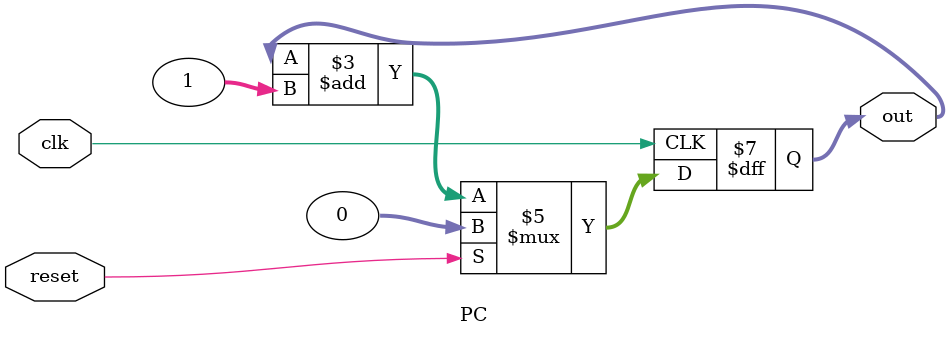
<source format=v>
module PC(out,clk,reset);
	input clk,reset;
	output [31:0] out;
	reg[31:0] out;
	always@(posedge clk)
	begin
		if(~reset)
			out = out+1;
		else
			out=0;
	end
endmodule


/*module PCTb;
	reg  clk,reset;
	wire[31:0] w;
	PC test(w,clk,reset);
	initial
	begin
		$monitor($time,"count = %b",w);
		#0 clk = 1'b0;reset = 1'b1;
		#10 reset = 1'b0;
	end
	initial
	begin
	repeat(100)
		#5 clk = ~clk;
	end
endmodule*/

</source>
